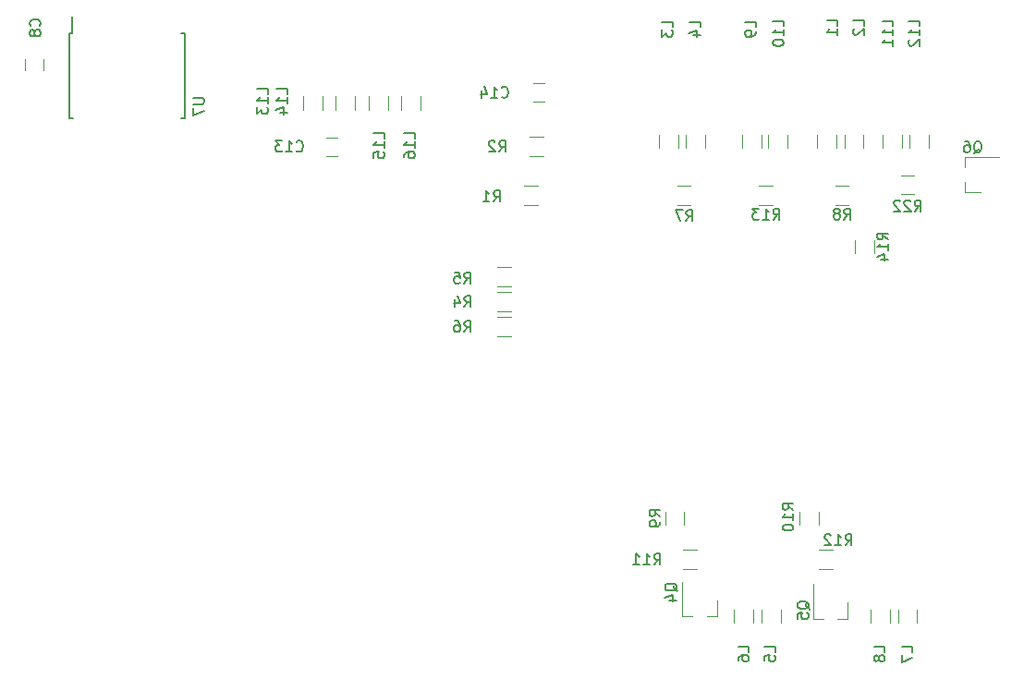
<source format=gbo>
G04 #@! TF.GenerationSoftware,KiCad,Pcbnew,no-vcs-found-01f5a12~58~ubuntu16.04.1*
G04 #@! TF.CreationDate,2017-04-25T17:38:21-04:00*
G04 #@! TF.ProjectId,noeud_senseur,6E6F6575645F73656E736575722E6B69,rev?*
G04 #@! TF.FileFunction,Legend,Bot*
G04 #@! TF.FilePolarity,Positive*
%FSLAX46Y46*%
G04 Gerber Fmt 4.6, Leading zero omitted, Abs format (unit mm)*
G04 Created by KiCad (PCBNEW no-vcs-found-01f5a12~58~ubuntu16.04.1) date Tue Apr 25 17:38:21 2017*
%MOMM*%
%LPD*%
G01*
G04 APERTURE LIST*
%ADD10C,0.100000*%
%ADD11C,0.120000*%
%ADD12C,0.150000*%
G04 APERTURE END LIST*
D10*
D11*
X162027000Y-133065000D02*
X161097000Y-133065000D01*
X158867000Y-133065000D02*
X159797000Y-133065000D01*
X158867000Y-133065000D02*
X158867000Y-129905000D01*
X162027000Y-133065000D02*
X162027000Y-131605000D01*
X169620000Y-123450000D02*
X169620000Y-124650000D01*
X171380000Y-124650000D02*
X171380000Y-123450000D01*
X141940000Y-102832000D02*
X143140000Y-102832000D01*
X143140000Y-101072000D02*
X141940000Y-101072000D01*
X100350000Y-82000000D02*
X100350000Y-83000000D01*
X98650000Y-83000000D02*
X98650000Y-82000000D01*
X171200000Y-88900000D02*
X171200000Y-90100000D01*
X172960000Y-90100000D02*
X172960000Y-88900000D01*
X175460000Y-90100000D02*
X175460000Y-88900000D01*
X173700000Y-88900000D02*
X173700000Y-90100000D01*
X158460000Y-90100000D02*
X158460000Y-88900000D01*
X156700000Y-88900000D02*
X156700000Y-90100000D01*
X159200000Y-88900000D02*
X159200000Y-90100000D01*
X160960000Y-90100000D02*
X160960000Y-88900000D01*
X167880000Y-133600000D02*
X167880000Y-132400000D01*
X166120000Y-132400000D02*
X166120000Y-133600000D01*
X163620000Y-132400000D02*
X163620000Y-133600000D01*
X165380000Y-133600000D02*
X165380000Y-132400000D01*
X180380000Y-133600000D02*
X180380000Y-132400000D01*
X178620000Y-132400000D02*
X178620000Y-133600000D01*
X176120000Y-132400000D02*
X176120000Y-133600000D01*
X177880000Y-133600000D02*
X177880000Y-132400000D01*
X164336000Y-88900000D02*
X164336000Y-90100000D01*
X166096000Y-90100000D02*
X166096000Y-88900000D01*
X168460000Y-90100000D02*
X168460000Y-88900000D01*
X166700000Y-88900000D02*
X166700000Y-90100000D01*
X177200000Y-88900000D02*
X177200000Y-90100000D01*
X178960000Y-90100000D02*
X178960000Y-88900000D01*
X181460000Y-90100000D02*
X181460000Y-88900000D01*
X179700000Y-88900000D02*
X179700000Y-90100000D01*
X125880000Y-86600000D02*
X125880000Y-85400000D01*
X124120000Y-85400000D02*
X124120000Y-86600000D01*
X127120000Y-85400000D02*
X127120000Y-86600000D01*
X128880000Y-86600000D02*
X128880000Y-85400000D01*
X130120000Y-85400000D02*
X130120000Y-86600000D01*
X131880000Y-86600000D02*
X131880000Y-85400000D01*
X133120000Y-85400000D02*
X133120000Y-86600000D01*
X134880000Y-86600000D02*
X134880000Y-85400000D01*
X145600000Y-93620000D02*
X144400000Y-93620000D01*
X144400000Y-95380000D02*
X145600000Y-95380000D01*
X146100000Y-89120000D02*
X144900000Y-89120000D01*
X144900000Y-90880000D02*
X146100000Y-90880000D01*
X143140000Y-103358000D02*
X141940000Y-103358000D01*
X141940000Y-105118000D02*
X143140000Y-105118000D01*
X143140000Y-105644000D02*
X141940000Y-105644000D01*
X141940000Y-107404000D02*
X143140000Y-107404000D01*
X158400000Y-95380000D02*
X159600000Y-95380000D01*
X159600000Y-93620000D02*
X158400000Y-93620000D01*
X172900000Y-95380000D02*
X174100000Y-95380000D01*
X174100000Y-93620000D02*
X172900000Y-93620000D01*
X157281000Y-123450000D02*
X157281000Y-124650000D01*
X159041000Y-124650000D02*
X159041000Y-123450000D01*
X160158000Y-126980000D02*
X158958000Y-126980000D01*
X158958000Y-128740000D02*
X160158000Y-128740000D01*
X172604000Y-126980000D02*
X171404000Y-126980000D01*
X171404000Y-128740000D02*
X172604000Y-128740000D01*
X167100000Y-93620000D02*
X165900000Y-93620000D01*
X165900000Y-95380000D02*
X167100000Y-95380000D01*
X174680000Y-98558000D02*
X174680000Y-99758000D01*
X176440000Y-99758000D02*
X176440000Y-98558000D01*
X180100000Y-92620000D02*
X178900000Y-92620000D01*
X178900000Y-94380000D02*
X180100000Y-94380000D01*
X174030000Y-133260000D02*
X174030000Y-131800000D01*
X170870000Y-133260000D02*
X170870000Y-130100000D01*
X170870000Y-133260000D02*
X171800000Y-133260000D01*
X174030000Y-133260000D02*
X173100000Y-133260000D01*
X184706000Y-94134000D02*
X186166000Y-94134000D01*
X184706000Y-90974000D02*
X187866000Y-90974000D01*
X184706000Y-90974000D02*
X184706000Y-91904000D01*
X184706000Y-94134000D02*
X184706000Y-93204000D01*
X127250000Y-90850000D02*
X126250000Y-90850000D01*
X126250000Y-89150000D02*
X127250000Y-89150000D01*
X146250000Y-85850000D02*
X145250000Y-85850000D01*
X145250000Y-84150000D02*
X146250000Y-84150000D01*
D12*
X102950000Y-79625000D02*
X102950000Y-78100000D01*
X113325000Y-79625000D02*
X113325000Y-87375000D01*
X102675000Y-79625000D02*
X102675000Y-87375000D01*
X113325000Y-79625000D02*
X112970000Y-79625000D01*
X113325000Y-87375000D02*
X112970000Y-87375000D01*
X102675000Y-87375000D02*
X103030000Y-87375000D01*
X102675000Y-79625000D02*
X102950000Y-79625000D01*
X158393619Y-130744761D02*
X158346000Y-130649523D01*
X158250761Y-130554285D01*
X158107904Y-130411428D01*
X158060285Y-130316190D01*
X158060285Y-130220952D01*
X158298380Y-130268571D02*
X158250761Y-130173333D01*
X158155523Y-130078095D01*
X157965047Y-130030476D01*
X157631714Y-130030476D01*
X157441238Y-130078095D01*
X157346000Y-130173333D01*
X157298380Y-130268571D01*
X157298380Y-130459047D01*
X157346000Y-130554285D01*
X157441238Y-130649523D01*
X157631714Y-130697142D01*
X157965047Y-130697142D01*
X158155523Y-130649523D01*
X158250761Y-130554285D01*
X158298380Y-130459047D01*
X158298380Y-130268571D01*
X157631714Y-131554285D02*
X158298380Y-131554285D01*
X157250761Y-131316190D02*
X157965047Y-131078095D01*
X157965047Y-131697142D01*
X169027380Y-123280142D02*
X168551190Y-122946809D01*
X169027380Y-122708714D02*
X168027380Y-122708714D01*
X168027380Y-123089666D01*
X168075000Y-123184904D01*
X168122619Y-123232523D01*
X168217857Y-123280142D01*
X168360714Y-123280142D01*
X168455952Y-123232523D01*
X168503571Y-123184904D01*
X168551190Y-123089666D01*
X168551190Y-122708714D01*
X169027380Y-124232523D02*
X169027380Y-123661095D01*
X169027380Y-123946809D02*
X168027380Y-123946809D01*
X168170238Y-123851571D01*
X168265476Y-123756333D01*
X168313095Y-123661095D01*
X168027380Y-124851571D02*
X168027380Y-124946809D01*
X168075000Y-125042047D01*
X168122619Y-125089666D01*
X168217857Y-125137285D01*
X168408333Y-125184904D01*
X168646428Y-125184904D01*
X168836904Y-125137285D01*
X168932142Y-125089666D01*
X168979761Y-125042047D01*
X169027380Y-124946809D01*
X169027380Y-124851571D01*
X168979761Y-124756333D01*
X168932142Y-124708714D01*
X168836904Y-124661095D01*
X168646428Y-124613476D01*
X168408333Y-124613476D01*
X168217857Y-124661095D01*
X168122619Y-124708714D01*
X168075000Y-124756333D01*
X168027380Y-124851571D01*
X138896666Y-102531380D02*
X139230000Y-102055190D01*
X139468095Y-102531380D02*
X139468095Y-101531380D01*
X139087142Y-101531380D01*
X138991904Y-101579000D01*
X138944285Y-101626619D01*
X138896666Y-101721857D01*
X138896666Y-101864714D01*
X138944285Y-101959952D01*
X138991904Y-102007571D01*
X139087142Y-102055190D01*
X139468095Y-102055190D01*
X137991904Y-101531380D02*
X138468095Y-101531380D01*
X138515714Y-102007571D01*
X138468095Y-101959952D01*
X138372857Y-101912333D01*
X138134761Y-101912333D01*
X138039523Y-101959952D01*
X137991904Y-102007571D01*
X137944285Y-102102809D01*
X137944285Y-102340904D01*
X137991904Y-102436142D01*
X138039523Y-102483761D01*
X138134761Y-102531380D01*
X138372857Y-102531380D01*
X138468095Y-102483761D01*
X138515714Y-102436142D01*
X99971142Y-78925333D02*
X100018761Y-78877714D01*
X100066380Y-78734857D01*
X100066380Y-78639619D01*
X100018761Y-78496761D01*
X99923523Y-78401523D01*
X99828285Y-78353904D01*
X99637809Y-78306285D01*
X99494952Y-78306285D01*
X99304476Y-78353904D01*
X99209238Y-78401523D01*
X99114000Y-78496761D01*
X99066380Y-78639619D01*
X99066380Y-78734857D01*
X99114000Y-78877714D01*
X99161619Y-78925333D01*
X99494952Y-79496761D02*
X99447333Y-79401523D01*
X99399714Y-79353904D01*
X99304476Y-79306285D01*
X99256857Y-79306285D01*
X99161619Y-79353904D01*
X99114000Y-79401523D01*
X99066380Y-79496761D01*
X99066380Y-79687238D01*
X99114000Y-79782476D01*
X99161619Y-79830095D01*
X99256857Y-79877714D01*
X99304476Y-79877714D01*
X99399714Y-79830095D01*
X99447333Y-79782476D01*
X99494952Y-79687238D01*
X99494952Y-79496761D01*
X99542571Y-79401523D01*
X99590190Y-79353904D01*
X99685428Y-79306285D01*
X99875904Y-79306285D01*
X99971142Y-79353904D01*
X100018761Y-79401523D01*
X100066380Y-79496761D01*
X100066380Y-79687238D01*
X100018761Y-79782476D01*
X99971142Y-79830095D01*
X99875904Y-79877714D01*
X99685428Y-79877714D01*
X99590190Y-79830095D01*
X99542571Y-79782476D01*
X99494952Y-79687238D01*
X173091380Y-78925333D02*
X173091380Y-78449142D01*
X172091380Y-78449142D01*
X173091380Y-79782476D02*
X173091380Y-79211047D01*
X173091380Y-79496761D02*
X172091380Y-79496761D01*
X172234238Y-79401523D01*
X172329476Y-79306285D01*
X172377095Y-79211047D01*
X175504380Y-78925333D02*
X175504380Y-78449142D01*
X174504380Y-78449142D01*
X174599619Y-79211047D02*
X174552000Y-79258666D01*
X174504380Y-79353904D01*
X174504380Y-79592000D01*
X174552000Y-79687238D01*
X174599619Y-79734857D01*
X174694857Y-79782476D01*
X174790095Y-79782476D01*
X174932952Y-79734857D01*
X175504380Y-79163428D01*
X175504380Y-79782476D01*
X157978380Y-79052333D02*
X157978380Y-78576142D01*
X156978380Y-78576142D01*
X156978380Y-79290428D02*
X156978380Y-79909476D01*
X157359333Y-79576142D01*
X157359333Y-79719000D01*
X157406952Y-79814238D01*
X157454571Y-79861857D01*
X157549809Y-79909476D01*
X157787904Y-79909476D01*
X157883142Y-79861857D01*
X157930761Y-79814238D01*
X157978380Y-79719000D01*
X157978380Y-79433285D01*
X157930761Y-79338047D01*
X157883142Y-79290428D01*
X160518380Y-79052333D02*
X160518380Y-78576142D01*
X159518380Y-78576142D01*
X159851714Y-79814238D02*
X160518380Y-79814238D01*
X159470761Y-79576142D02*
X160185047Y-79338047D01*
X160185047Y-79957095D01*
X167376380Y-136329333D02*
X167376380Y-135853142D01*
X166376380Y-135853142D01*
X166376380Y-137138857D02*
X166376380Y-136662666D01*
X166852571Y-136615047D01*
X166804952Y-136662666D01*
X166757333Y-136757904D01*
X166757333Y-136996000D01*
X166804952Y-137091238D01*
X166852571Y-137138857D01*
X166947809Y-137186476D01*
X167185904Y-137186476D01*
X167281142Y-137138857D01*
X167328761Y-137091238D01*
X167376380Y-136996000D01*
X167376380Y-136757904D01*
X167328761Y-136662666D01*
X167281142Y-136615047D01*
X164963380Y-136329333D02*
X164963380Y-135853142D01*
X163963380Y-135853142D01*
X163963380Y-137091238D02*
X163963380Y-136900761D01*
X164011000Y-136805523D01*
X164058619Y-136757904D01*
X164201476Y-136662666D01*
X164391952Y-136615047D01*
X164772904Y-136615047D01*
X164868142Y-136662666D01*
X164915761Y-136710285D01*
X164963380Y-136805523D01*
X164963380Y-136996000D01*
X164915761Y-137091238D01*
X164868142Y-137138857D01*
X164772904Y-137186476D01*
X164534809Y-137186476D01*
X164439571Y-137138857D01*
X164391952Y-137091238D01*
X164344333Y-136996000D01*
X164344333Y-136805523D01*
X164391952Y-136710285D01*
X164439571Y-136662666D01*
X164534809Y-136615047D01*
X179952380Y-136329333D02*
X179952380Y-135853142D01*
X178952380Y-135853142D01*
X178952380Y-136567428D02*
X178952380Y-137234095D01*
X179952380Y-136805523D01*
X177409380Y-136329333D02*
X177409380Y-135853142D01*
X176409380Y-135853142D01*
X176837952Y-136805523D02*
X176790333Y-136710285D01*
X176742714Y-136662666D01*
X176647476Y-136615047D01*
X176599857Y-136615047D01*
X176504619Y-136662666D01*
X176457000Y-136710285D01*
X176409380Y-136805523D01*
X176409380Y-136996000D01*
X176457000Y-137091238D01*
X176504619Y-137138857D01*
X176599857Y-137186476D01*
X176647476Y-137186476D01*
X176742714Y-137138857D01*
X176790333Y-137091238D01*
X176837952Y-136996000D01*
X176837952Y-136805523D01*
X176885571Y-136710285D01*
X176933190Y-136662666D01*
X177028428Y-136615047D01*
X177218904Y-136615047D01*
X177314142Y-136662666D01*
X177361761Y-136710285D01*
X177409380Y-136805523D01*
X177409380Y-136996000D01*
X177361761Y-137091238D01*
X177314142Y-137138857D01*
X177218904Y-137186476D01*
X177028428Y-137186476D01*
X176933190Y-137138857D01*
X176885571Y-137091238D01*
X176837952Y-136996000D01*
X165598380Y-79052333D02*
X165598380Y-78576142D01*
X164598380Y-78576142D01*
X165598380Y-79433285D02*
X165598380Y-79623761D01*
X165550761Y-79719000D01*
X165503142Y-79766619D01*
X165360285Y-79861857D01*
X165169809Y-79909476D01*
X164788857Y-79909476D01*
X164693619Y-79861857D01*
X164646000Y-79814238D01*
X164598380Y-79719000D01*
X164598380Y-79528523D01*
X164646000Y-79433285D01*
X164693619Y-79385666D01*
X164788857Y-79338047D01*
X165026952Y-79338047D01*
X165122190Y-79385666D01*
X165169809Y-79433285D01*
X165217428Y-79528523D01*
X165217428Y-79719000D01*
X165169809Y-79814238D01*
X165122190Y-79861857D01*
X165026952Y-79909476D01*
X168138380Y-78957142D02*
X168138380Y-78480952D01*
X167138380Y-78480952D01*
X168138380Y-79814285D02*
X168138380Y-79242857D01*
X168138380Y-79528571D02*
X167138380Y-79528571D01*
X167281238Y-79433333D01*
X167376476Y-79338095D01*
X167424095Y-79242857D01*
X167138380Y-80433333D02*
X167138380Y-80528571D01*
X167186000Y-80623809D01*
X167233619Y-80671428D01*
X167328857Y-80719047D01*
X167519333Y-80766666D01*
X167757428Y-80766666D01*
X167947904Y-80719047D01*
X168043142Y-80671428D01*
X168090761Y-80623809D01*
X168138380Y-80528571D01*
X168138380Y-80433333D01*
X168090761Y-80338095D01*
X168043142Y-80290476D01*
X167947904Y-80242857D01*
X167757428Y-80195238D01*
X167519333Y-80195238D01*
X167328857Y-80242857D01*
X167233619Y-80290476D01*
X167186000Y-80338095D01*
X167138380Y-80433333D01*
X178171380Y-78957142D02*
X178171380Y-78480952D01*
X177171380Y-78480952D01*
X178171380Y-79814285D02*
X178171380Y-79242857D01*
X178171380Y-79528571D02*
X177171380Y-79528571D01*
X177314238Y-79433333D01*
X177409476Y-79338095D01*
X177457095Y-79242857D01*
X178171380Y-80766666D02*
X178171380Y-80195238D01*
X178171380Y-80480952D02*
X177171380Y-80480952D01*
X177314238Y-80385714D01*
X177409476Y-80290476D01*
X177457095Y-80195238D01*
X180584380Y-78957142D02*
X180584380Y-78480952D01*
X179584380Y-78480952D01*
X180584380Y-79814285D02*
X180584380Y-79242857D01*
X180584380Y-79528571D02*
X179584380Y-79528571D01*
X179727238Y-79433333D01*
X179822476Y-79338095D01*
X179870095Y-79242857D01*
X179679619Y-80195238D02*
X179632000Y-80242857D01*
X179584380Y-80338095D01*
X179584380Y-80576190D01*
X179632000Y-80671428D01*
X179679619Y-80719047D01*
X179774857Y-80766666D01*
X179870095Y-80766666D01*
X180012952Y-80719047D01*
X180584380Y-80147619D01*
X180584380Y-80766666D01*
X120894380Y-85180142D02*
X120894380Y-84703952D01*
X119894380Y-84703952D01*
X120894380Y-86037285D02*
X120894380Y-85465857D01*
X120894380Y-85751571D02*
X119894380Y-85751571D01*
X120037238Y-85656333D01*
X120132476Y-85561095D01*
X120180095Y-85465857D01*
X119894380Y-86370619D02*
X119894380Y-86989666D01*
X120275333Y-86656333D01*
X120275333Y-86799190D01*
X120322952Y-86894428D01*
X120370571Y-86942047D01*
X120465809Y-86989666D01*
X120703904Y-86989666D01*
X120799142Y-86942047D01*
X120846761Y-86894428D01*
X120894380Y-86799190D01*
X120894380Y-86513476D01*
X120846761Y-86418238D01*
X120799142Y-86370619D01*
X122672380Y-85180142D02*
X122672380Y-84703952D01*
X121672380Y-84703952D01*
X122672380Y-86037285D02*
X122672380Y-85465857D01*
X122672380Y-85751571D02*
X121672380Y-85751571D01*
X121815238Y-85656333D01*
X121910476Y-85561095D01*
X121958095Y-85465857D01*
X122005714Y-86894428D02*
X122672380Y-86894428D01*
X121624761Y-86656333D02*
X122339047Y-86418238D01*
X122339047Y-87037285D01*
X131562380Y-89244142D02*
X131562380Y-88767952D01*
X130562380Y-88767952D01*
X131562380Y-90101285D02*
X131562380Y-89529857D01*
X131562380Y-89815571D02*
X130562380Y-89815571D01*
X130705238Y-89720333D01*
X130800476Y-89625095D01*
X130848095Y-89529857D01*
X130562380Y-91006047D02*
X130562380Y-90529857D01*
X131038571Y-90482238D01*
X130990952Y-90529857D01*
X130943333Y-90625095D01*
X130943333Y-90863190D01*
X130990952Y-90958428D01*
X131038571Y-91006047D01*
X131133809Y-91053666D01*
X131371904Y-91053666D01*
X131467142Y-91006047D01*
X131514761Y-90958428D01*
X131562380Y-90863190D01*
X131562380Y-90625095D01*
X131514761Y-90529857D01*
X131467142Y-90482238D01*
X134356380Y-89244142D02*
X134356380Y-88767952D01*
X133356380Y-88767952D01*
X134356380Y-90101285D02*
X134356380Y-89529857D01*
X134356380Y-89815571D02*
X133356380Y-89815571D01*
X133499238Y-89720333D01*
X133594476Y-89625095D01*
X133642095Y-89529857D01*
X133356380Y-90958428D02*
X133356380Y-90767952D01*
X133404000Y-90672714D01*
X133451619Y-90625095D01*
X133594476Y-90529857D01*
X133784952Y-90482238D01*
X134165904Y-90482238D01*
X134261142Y-90529857D01*
X134308761Y-90577476D01*
X134356380Y-90672714D01*
X134356380Y-90863190D01*
X134308761Y-90958428D01*
X134261142Y-91006047D01*
X134165904Y-91053666D01*
X133927809Y-91053666D01*
X133832571Y-91006047D01*
X133784952Y-90958428D01*
X133737333Y-90863190D01*
X133737333Y-90672714D01*
X133784952Y-90577476D01*
X133832571Y-90529857D01*
X133927809Y-90482238D01*
X141563666Y-95038380D02*
X141897000Y-94562190D01*
X142135095Y-95038380D02*
X142135095Y-94038380D01*
X141754142Y-94038380D01*
X141658904Y-94086000D01*
X141611285Y-94133619D01*
X141563666Y-94228857D01*
X141563666Y-94371714D01*
X141611285Y-94466952D01*
X141658904Y-94514571D01*
X141754142Y-94562190D01*
X142135095Y-94562190D01*
X140611285Y-95038380D02*
X141182714Y-95038380D01*
X140897000Y-95038380D02*
X140897000Y-94038380D01*
X140992238Y-94181238D01*
X141087476Y-94276476D01*
X141182714Y-94324095D01*
X142071666Y-90466380D02*
X142405000Y-89990190D01*
X142643095Y-90466380D02*
X142643095Y-89466380D01*
X142262142Y-89466380D01*
X142166904Y-89514000D01*
X142119285Y-89561619D01*
X142071666Y-89656857D01*
X142071666Y-89799714D01*
X142119285Y-89894952D01*
X142166904Y-89942571D01*
X142262142Y-89990190D01*
X142643095Y-89990190D01*
X141690714Y-89561619D02*
X141643095Y-89514000D01*
X141547857Y-89466380D01*
X141309761Y-89466380D01*
X141214523Y-89514000D01*
X141166904Y-89561619D01*
X141119285Y-89656857D01*
X141119285Y-89752095D01*
X141166904Y-89894952D01*
X141738333Y-90466380D01*
X141119285Y-90466380D01*
X138896666Y-104690380D02*
X139230000Y-104214190D01*
X139468095Y-104690380D02*
X139468095Y-103690380D01*
X139087142Y-103690380D01*
X138991904Y-103738000D01*
X138944285Y-103785619D01*
X138896666Y-103880857D01*
X138896666Y-104023714D01*
X138944285Y-104118952D01*
X138991904Y-104166571D01*
X139087142Y-104214190D01*
X139468095Y-104214190D01*
X138039523Y-104023714D02*
X138039523Y-104690380D01*
X138277619Y-103642761D02*
X138515714Y-104357047D01*
X137896666Y-104357047D01*
X138896666Y-106976380D02*
X139230000Y-106500190D01*
X139468095Y-106976380D02*
X139468095Y-105976380D01*
X139087142Y-105976380D01*
X138991904Y-106024000D01*
X138944285Y-106071619D01*
X138896666Y-106166857D01*
X138896666Y-106309714D01*
X138944285Y-106404952D01*
X138991904Y-106452571D01*
X139087142Y-106500190D01*
X139468095Y-106500190D01*
X138039523Y-105976380D02*
X138230000Y-105976380D01*
X138325238Y-106024000D01*
X138372857Y-106071619D01*
X138468095Y-106214476D01*
X138515714Y-106404952D01*
X138515714Y-106785904D01*
X138468095Y-106881142D01*
X138420476Y-106928761D01*
X138325238Y-106976380D01*
X138134761Y-106976380D01*
X138039523Y-106928761D01*
X137991904Y-106881142D01*
X137944285Y-106785904D01*
X137944285Y-106547809D01*
X137991904Y-106452571D01*
X138039523Y-106404952D01*
X138134761Y-106357333D01*
X138325238Y-106357333D01*
X138420476Y-106404952D01*
X138468095Y-106452571D01*
X138515714Y-106547809D01*
X159216666Y-96816380D02*
X159550000Y-96340190D01*
X159788095Y-96816380D02*
X159788095Y-95816380D01*
X159407142Y-95816380D01*
X159311904Y-95864000D01*
X159264285Y-95911619D01*
X159216666Y-96006857D01*
X159216666Y-96149714D01*
X159264285Y-96244952D01*
X159311904Y-96292571D01*
X159407142Y-96340190D01*
X159788095Y-96340190D01*
X158883333Y-95816380D02*
X158216666Y-95816380D01*
X158645238Y-96816380D01*
X173694666Y-96689380D02*
X174028000Y-96213190D01*
X174266095Y-96689380D02*
X174266095Y-95689380D01*
X173885142Y-95689380D01*
X173789904Y-95737000D01*
X173742285Y-95784619D01*
X173694666Y-95879857D01*
X173694666Y-96022714D01*
X173742285Y-96117952D01*
X173789904Y-96165571D01*
X173885142Y-96213190D01*
X174266095Y-96213190D01*
X173123238Y-96117952D02*
X173218476Y-96070333D01*
X173266095Y-96022714D01*
X173313714Y-95927476D01*
X173313714Y-95879857D01*
X173266095Y-95784619D01*
X173218476Y-95737000D01*
X173123238Y-95689380D01*
X172932761Y-95689380D01*
X172837523Y-95737000D01*
X172789904Y-95784619D01*
X172742285Y-95879857D01*
X172742285Y-95927476D01*
X172789904Y-96022714D01*
X172837523Y-96070333D01*
X172932761Y-96117952D01*
X173123238Y-96117952D01*
X173218476Y-96165571D01*
X173266095Y-96213190D01*
X173313714Y-96308428D01*
X173313714Y-96498904D01*
X173266095Y-96594142D01*
X173218476Y-96641761D01*
X173123238Y-96689380D01*
X172932761Y-96689380D01*
X172837523Y-96641761D01*
X172789904Y-96594142D01*
X172742285Y-96498904D01*
X172742285Y-96308428D01*
X172789904Y-96213190D01*
X172837523Y-96165571D01*
X172932761Y-96117952D01*
X156835380Y-123883333D02*
X156359190Y-123550000D01*
X156835380Y-123311904D02*
X155835380Y-123311904D01*
X155835380Y-123692857D01*
X155883000Y-123788095D01*
X155930619Y-123835714D01*
X156025857Y-123883333D01*
X156168714Y-123883333D01*
X156263952Y-123835714D01*
X156311571Y-123788095D01*
X156359190Y-123692857D01*
X156359190Y-123311904D01*
X156835380Y-124359523D02*
X156835380Y-124550000D01*
X156787761Y-124645238D01*
X156740142Y-124692857D01*
X156597285Y-124788095D01*
X156406809Y-124835714D01*
X156025857Y-124835714D01*
X155930619Y-124788095D01*
X155883000Y-124740476D01*
X155835380Y-124645238D01*
X155835380Y-124454761D01*
X155883000Y-124359523D01*
X155930619Y-124311904D01*
X156025857Y-124264285D01*
X156263952Y-124264285D01*
X156359190Y-124311904D01*
X156406809Y-124359523D01*
X156454428Y-124454761D01*
X156454428Y-124645238D01*
X156406809Y-124740476D01*
X156359190Y-124788095D01*
X156263952Y-124835714D01*
X156263857Y-128312380D02*
X156597190Y-127836190D01*
X156835285Y-128312380D02*
X156835285Y-127312380D01*
X156454333Y-127312380D01*
X156359095Y-127360000D01*
X156311476Y-127407619D01*
X156263857Y-127502857D01*
X156263857Y-127645714D01*
X156311476Y-127740952D01*
X156359095Y-127788571D01*
X156454333Y-127836190D01*
X156835285Y-127836190D01*
X155311476Y-128312380D02*
X155882904Y-128312380D01*
X155597190Y-128312380D02*
X155597190Y-127312380D01*
X155692428Y-127455238D01*
X155787666Y-127550476D01*
X155882904Y-127598095D01*
X154359095Y-128312380D02*
X154930523Y-128312380D01*
X154644809Y-128312380D02*
X154644809Y-127312380D01*
X154740047Y-127455238D01*
X154835285Y-127550476D01*
X154930523Y-127598095D01*
X173789857Y-126534380D02*
X174123190Y-126058190D01*
X174361285Y-126534380D02*
X174361285Y-125534380D01*
X173980333Y-125534380D01*
X173885095Y-125582000D01*
X173837476Y-125629619D01*
X173789857Y-125724857D01*
X173789857Y-125867714D01*
X173837476Y-125962952D01*
X173885095Y-126010571D01*
X173980333Y-126058190D01*
X174361285Y-126058190D01*
X172837476Y-126534380D02*
X173408904Y-126534380D01*
X173123190Y-126534380D02*
X173123190Y-125534380D01*
X173218428Y-125677238D01*
X173313666Y-125772476D01*
X173408904Y-125820095D01*
X172456523Y-125629619D02*
X172408904Y-125582000D01*
X172313666Y-125534380D01*
X172075571Y-125534380D01*
X171980333Y-125582000D01*
X171932714Y-125629619D01*
X171885095Y-125724857D01*
X171885095Y-125820095D01*
X171932714Y-125962952D01*
X172504142Y-126534380D01*
X171885095Y-126534380D01*
X167185857Y-96689380D02*
X167519190Y-96213190D01*
X167757285Y-96689380D02*
X167757285Y-95689380D01*
X167376333Y-95689380D01*
X167281095Y-95737000D01*
X167233476Y-95784619D01*
X167185857Y-95879857D01*
X167185857Y-96022714D01*
X167233476Y-96117952D01*
X167281095Y-96165571D01*
X167376333Y-96213190D01*
X167757285Y-96213190D01*
X166233476Y-96689380D02*
X166804904Y-96689380D01*
X166519190Y-96689380D02*
X166519190Y-95689380D01*
X166614428Y-95832238D01*
X166709666Y-95927476D01*
X166804904Y-95975095D01*
X165900142Y-95689380D02*
X165281095Y-95689380D01*
X165614428Y-96070333D01*
X165471571Y-96070333D01*
X165376333Y-96117952D01*
X165328714Y-96165571D01*
X165281095Y-96260809D01*
X165281095Y-96498904D01*
X165328714Y-96594142D01*
X165376333Y-96641761D01*
X165471571Y-96689380D01*
X165757285Y-96689380D01*
X165852523Y-96641761D01*
X165900142Y-96594142D01*
X177712380Y-98515142D02*
X177236190Y-98181809D01*
X177712380Y-97943714D02*
X176712380Y-97943714D01*
X176712380Y-98324666D01*
X176760000Y-98419904D01*
X176807619Y-98467523D01*
X176902857Y-98515142D01*
X177045714Y-98515142D01*
X177140952Y-98467523D01*
X177188571Y-98419904D01*
X177236190Y-98324666D01*
X177236190Y-97943714D01*
X177712380Y-99467523D02*
X177712380Y-98896095D01*
X177712380Y-99181809D02*
X176712380Y-99181809D01*
X176855238Y-99086571D01*
X176950476Y-98991333D01*
X176998095Y-98896095D01*
X177045714Y-100324666D02*
X177712380Y-100324666D01*
X176664761Y-100086571D02*
X177379047Y-99848476D01*
X177379047Y-100467523D01*
X180139857Y-95927380D02*
X180473190Y-95451190D01*
X180711285Y-95927380D02*
X180711285Y-94927380D01*
X180330333Y-94927380D01*
X180235095Y-94975000D01*
X180187476Y-95022619D01*
X180139857Y-95117857D01*
X180139857Y-95260714D01*
X180187476Y-95355952D01*
X180235095Y-95403571D01*
X180330333Y-95451190D01*
X180711285Y-95451190D01*
X179758904Y-95022619D02*
X179711285Y-94975000D01*
X179616047Y-94927380D01*
X179377952Y-94927380D01*
X179282714Y-94975000D01*
X179235095Y-95022619D01*
X179187476Y-95117857D01*
X179187476Y-95213095D01*
X179235095Y-95355952D01*
X179806523Y-95927380D01*
X179187476Y-95927380D01*
X178806523Y-95022619D02*
X178758904Y-94975000D01*
X178663666Y-94927380D01*
X178425571Y-94927380D01*
X178330333Y-94975000D01*
X178282714Y-95022619D01*
X178235095Y-95117857D01*
X178235095Y-95213095D01*
X178282714Y-95355952D01*
X178854142Y-95927380D01*
X178235095Y-95927380D01*
X170497619Y-132404761D02*
X170450000Y-132309523D01*
X170354761Y-132214285D01*
X170211904Y-132071428D01*
X170164285Y-131976190D01*
X170164285Y-131880952D01*
X170402380Y-131928571D02*
X170354761Y-131833333D01*
X170259523Y-131738095D01*
X170069047Y-131690476D01*
X169735714Y-131690476D01*
X169545238Y-131738095D01*
X169450000Y-131833333D01*
X169402380Y-131928571D01*
X169402380Y-132119047D01*
X169450000Y-132214285D01*
X169545238Y-132309523D01*
X169735714Y-132357142D01*
X170069047Y-132357142D01*
X170259523Y-132309523D01*
X170354761Y-132214285D01*
X170402380Y-132119047D01*
X170402380Y-131928571D01*
X169402380Y-133261904D02*
X169402380Y-132785714D01*
X169878571Y-132738095D01*
X169830952Y-132785714D01*
X169783333Y-132880952D01*
X169783333Y-133119047D01*
X169830952Y-133214285D01*
X169878571Y-133261904D01*
X169973809Y-133309523D01*
X170211904Y-133309523D01*
X170307142Y-133261904D01*
X170354761Y-133214285D01*
X170402380Y-133119047D01*
X170402380Y-132880952D01*
X170354761Y-132785714D01*
X170307142Y-132738095D01*
X185561238Y-90601619D02*
X185656476Y-90554000D01*
X185751714Y-90458761D01*
X185894571Y-90315904D01*
X185989809Y-90268285D01*
X186085047Y-90268285D01*
X186037428Y-90506380D02*
X186132666Y-90458761D01*
X186227904Y-90363523D01*
X186275523Y-90173047D01*
X186275523Y-89839714D01*
X186227904Y-89649238D01*
X186132666Y-89554000D01*
X186037428Y-89506380D01*
X185846952Y-89506380D01*
X185751714Y-89554000D01*
X185656476Y-89649238D01*
X185608857Y-89839714D01*
X185608857Y-90173047D01*
X185656476Y-90363523D01*
X185751714Y-90458761D01*
X185846952Y-90506380D01*
X186037428Y-90506380D01*
X184751714Y-89506380D02*
X184942190Y-89506380D01*
X185037428Y-89554000D01*
X185085047Y-89601619D01*
X185180285Y-89744476D01*
X185227904Y-89934952D01*
X185227904Y-90315904D01*
X185180285Y-90411142D01*
X185132666Y-90458761D01*
X185037428Y-90506380D01*
X184846952Y-90506380D01*
X184751714Y-90458761D01*
X184704095Y-90411142D01*
X184656476Y-90315904D01*
X184656476Y-90077809D01*
X184704095Y-89982571D01*
X184751714Y-89934952D01*
X184846952Y-89887333D01*
X185037428Y-89887333D01*
X185132666Y-89934952D01*
X185180285Y-89982571D01*
X185227904Y-90077809D01*
X123497857Y-90371142D02*
X123545476Y-90418761D01*
X123688333Y-90466380D01*
X123783571Y-90466380D01*
X123926428Y-90418761D01*
X124021666Y-90323523D01*
X124069285Y-90228285D01*
X124116904Y-90037809D01*
X124116904Y-89894952D01*
X124069285Y-89704476D01*
X124021666Y-89609238D01*
X123926428Y-89514000D01*
X123783571Y-89466380D01*
X123688333Y-89466380D01*
X123545476Y-89514000D01*
X123497857Y-89561619D01*
X122545476Y-90466380D02*
X123116904Y-90466380D01*
X122831190Y-90466380D02*
X122831190Y-89466380D01*
X122926428Y-89609238D01*
X123021666Y-89704476D01*
X123116904Y-89752095D01*
X122212142Y-89466380D02*
X121593095Y-89466380D01*
X121926428Y-89847333D01*
X121783571Y-89847333D01*
X121688333Y-89894952D01*
X121640714Y-89942571D01*
X121593095Y-90037809D01*
X121593095Y-90275904D01*
X121640714Y-90371142D01*
X121688333Y-90418761D01*
X121783571Y-90466380D01*
X122069285Y-90466380D01*
X122164523Y-90418761D01*
X122212142Y-90371142D01*
X142293857Y-85418142D02*
X142341476Y-85465761D01*
X142484333Y-85513380D01*
X142579571Y-85513380D01*
X142722428Y-85465761D01*
X142817666Y-85370523D01*
X142865285Y-85275285D01*
X142912904Y-85084809D01*
X142912904Y-84941952D01*
X142865285Y-84751476D01*
X142817666Y-84656238D01*
X142722428Y-84561000D01*
X142579571Y-84513380D01*
X142484333Y-84513380D01*
X142341476Y-84561000D01*
X142293857Y-84608619D01*
X141341476Y-85513380D02*
X141912904Y-85513380D01*
X141627190Y-85513380D02*
X141627190Y-84513380D01*
X141722428Y-84656238D01*
X141817666Y-84751476D01*
X141912904Y-84799095D01*
X140484333Y-84846714D02*
X140484333Y-85513380D01*
X140722428Y-84465761D02*
X140960523Y-85180047D01*
X140341476Y-85180047D01*
X114056380Y-85532095D02*
X114865904Y-85532095D01*
X114961142Y-85579714D01*
X115008761Y-85627333D01*
X115056380Y-85722571D01*
X115056380Y-85913047D01*
X115008761Y-86008285D01*
X114961142Y-86055904D01*
X114865904Y-86103523D01*
X114056380Y-86103523D01*
X114056380Y-86484476D02*
X114056380Y-87151142D01*
X115056380Y-86722571D01*
M02*

</source>
